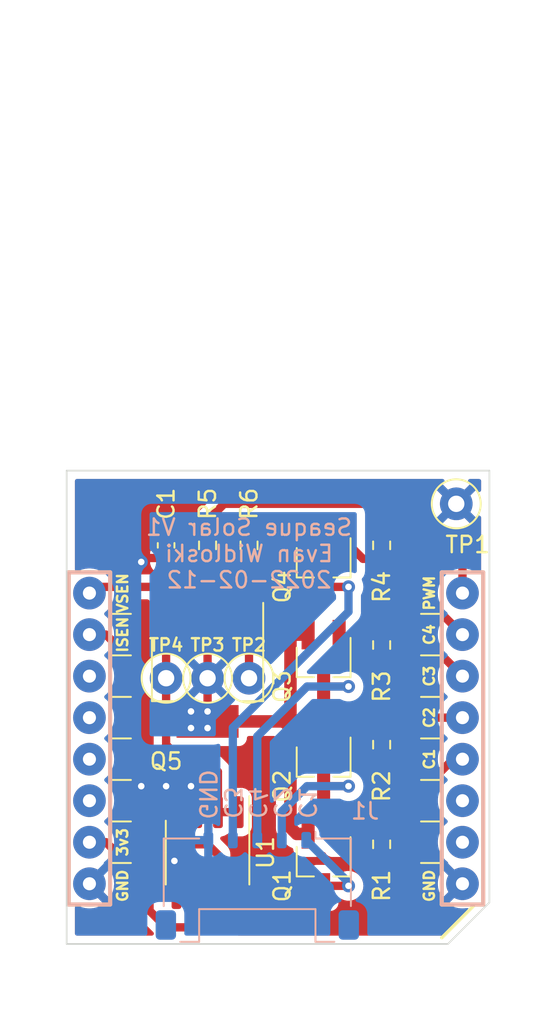
<source format=kicad_pcb>
(kicad_pcb (version 20211014) (generator pcbnew)
  (layers (0 "F.Cu" signal) (31 "B.Cu" signal) (34 "B.Paste" user) (35 "F.Paste" user) (36 "B.SilkS" user "B.Silkscreen") (37 "F.SilkS" user "F.Silkscreen") (38 "B.Mask" user) (39 "F.Mask" user) (44 "Edge.Cuts" user))
  (net 0 "")
  (net 1 "/PWM")
  (net 2 "/V_SENSE")
  (net 3 "/CELL1")
  (net 4 "/I_SENSE")
  (net 5 "/CELL2")
  (net 7 "/CELL3")
  (net 9 "/CELL4")
  (net 13 "GND")
  (net 14 "Net-(C1-Pad1)")
  (net 15 "Net-(J1-Pad2)")
  (net 16 "Net-(J1-Pad3)")
  (net 17 "Net-(J1-Pad4)")
  (net 18 "Net-(Q1-Pad1)")
  (net 19 "Net-(Q2-Pad1)")
  (net 20 "Net-(Q3-Pad1)")
  (net 21 "Net-(Q4-Pad1)")
  (net 22 "Net-(Q5-Pad1)")
  (net 23 "Net-(Q5-Pad3)")
  (net 25 "Net-(J1-Pad1)")
  (net 27 "+3V3")
  (footprint "Package_TO_SOT_SMD:SC-59_Handsoldering" (layer "F.Cu") (at 142.24 69.088 -90)
    (fp_text reference "Q4" (at 1.524 2.54 90) (layer "F.SilkS"))
    (fp_text value "hFE>1000")
    (fp_line (start -0.85 1.65) (end 0.95 1.65) (layer "F.SilkS") (width 0.12))
    (fp_line (start 0.95 -1.65) (end 0.95 -0.6) (layer "F.SilkS") (width 0.12))
    (fp_line (start -1.45 -1.65) (end 0.95 -1.65) (layer "F.SilkS") (width 0.12))
    (fp_line (start 0.95 1.65) (end 0.95 0.6) (layer "F.SilkS") (width 0.12))
    (pad "1" smd rect (at -1.65 -0.95 270) (size 1.8 0.8) (layers "F.Cu" "F.Paste" "F.Mask") (net 21 "Net-(Q4-Pad1)"))
    (pad "2" smd rect (at -1.65 0.95 270) (size 1.8 0.8) (layers "F.Cu" "F.Paste" "F.Mask") (net 2 "/V_SENSE"))
    (pad "3" smd rect (at 1.65 0 270) (size 1.8 0.8) (layers "F.Cu" "F.Paste" "F.Mask") (net 17 "Net-(J1-Pad4)"))
  )
  (footprint "TestPoint:TestPoint_Loop_D2.50mm_Drill1.0mm" (layer "F.Cu") (at 135.128 76.2)
    (fp_text reference "TP3" (at 0 -2.032) (layer "F.SilkS") (effects (font (size 0.762 0.762))))
    (fp_text value "TestPoint_Small")
    (fp_circle (center 0 0) (end 1.5 0) (layer "F.SilkS") (width 0.12) (fill none))
    (pad "1" thru_hole circle (at 0 0) (size 2 2) (drill 1) (layers *.Cu *.Mask) (net 2 "/V_SENSE"))
  )
  (footprint "Resistor_SMD:R_0603_1608Metric" (layer "F.Cu") (at 135.128 68.072 -90)
    (fp_text reference "R5" (at -2.54 0 90) (layer "F.SilkS"))
    (fp_text value "1k")
    (fp_line (start -0.237258 -0.5225) (end 0.237258 -0.5225) (layer "F.SilkS") (width 0.12))
    (fp_line (start -0.237258 0.5225) (end 0.237258 0.5225) (layer "F.SilkS") (width 0.12))
    (pad "1" smd roundrect (at -0.825 0 270) (size 0.8 0.95) (layers "F.Cu" "F.Paste" "F.Mask") (net 1 "/PWM"))
    (pad "2" smd roundrect (at 0.825 0 270) (size 0.8 0.95) (layers "F.Cu" "F.Paste" "F.Mask") (net 14 "Net-(C1-Pad1)"))
  )
  (footprint "Resistor_SMD:R_0603_1608Metric" (layer "F.Cu") (at 145.796 68.072 -90)
    (fp_text reference "R4" (at 2.54 0 90) (layer "F.SilkS"))
    (fp_text value "1k")
    (fp_line (start -0.237258 0.5225) (end 0.237258 0.5225) (layer "F.SilkS") (width 0.12))
    (fp_line (start -0.237258 -0.5225) (end 0.237258 -0.5225) (layer "F.SilkS") (width 0.12))
    (pad "1" smd roundrect (at -0.825 0 270) (size 0.8 0.95) (layers "F.Cu" "F.Paste" "F.Mask") (net 9 "/CELL4"))
    (pad "2" smd roundrect (at 0.825 0 270) (size 0.8 0.95) (layers "F.Cu" "F.Paste" "F.Mask") (net 21 "Net-(Q4-Pad1)"))
  )
  (footprint "Capacitor_SMD:C_0603_1608Metric" (layer "F.Cu") (at 132.588 68.072 -90)
    (fp_text reference "C1" (at -2.54 0 90) (layer "F.SilkS"))
    (fp_text value "1uF")
    (fp_line (start -0.14058 0.51) (end 0.14058 0.51) (layer "F.SilkS") (width 0.12))
    (fp_line (start -0.14058 -0.51) (end 0.14058 -0.51) (layer "F.SilkS") (width 0.12))
    (pad "1" smd roundrect (at -0.775 0 270) (size 0.9 0.95) (layers "F.Cu" "F.Paste" "F.Mask") (net 14 "Net-(C1-Pad1)"))
    (pad "2" smd roundrect (at 0.775 0 270) (size 0.9 0.95) (layers "F.Cu" "F.Paste" "F.Mask") (net 13 "GND"))
  )
  (footprint "Package_TO_SOT_SMD:SC-59_Handsoldering" (layer "F.Cu") (at 142.24 81.28 -90)
    (fp_text reference "Q2" (at 1.524 2.54 90) (layer "F.SilkS"))
    (fp_text value "hFE>1000")
    (fp_line (start -1.45 -1.65) (end 0.95 -1.65) (layer "F.SilkS") (width 0.12))
    (fp_line (start 0.95 -1.65) (end 0.95 -0.6) (layer "F.SilkS") (width 0.12))
    (fp_line (start 0.95 1.65) (end 0.95 0.6) (layer "F.SilkS") (width 0.12))
    (fp_line (start -0.85 1.65) (end 0.95 1.65) (layer "F.SilkS") (width 0.12))
    (pad "1" smd rect (at -1.65 -0.95 270) (size 1.8 0.8) (layers "F.Cu" "F.Paste" "F.Mask") (net 19 "Net-(Q2-Pad1)"))
    (pad "2" smd rect (at -1.65 0.95 270) (size 1.8 0.8) (layers "F.Cu" "F.Paste" "F.Mask") (net 2 "/V_SENSE"))
    (pad "3" smd rect (at 1.65 0 270) (size 1.8 0.8) (layers "F.Cu" "F.Paste" "F.Mask") (net 15 "Net-(J1-Pad2)"))
  )
  (footprint "Resistor_SMD:R_0603_1608Metric" (layer "F.Cu") (at 145.796 86.36 -90)
    (fp_text reference "R1" (at 2.54 0 90) (layer "F.SilkS"))
    (fp_text value "1k")
    (fp_line (start -0.237258 -0.5225) (end 0.237258 -0.5225) (layer "F.SilkS") (width 0.12))
    (fp_line (start -0.237258 0.5225) (end 0.237258 0.5225) (layer "F.SilkS") (width 0.12))
    (pad "1" smd roundrect (at -0.825 0 270) (size 0.8 0.95) (layers "F.Cu" "F.Paste" "F.Mask") (net 3 "/CELL1"))
    (pad "2" smd roundrect (at 0.825 0 270) (size 0.8 0.95) (layers "F.Cu" "F.Paste" "F.Mask") (net 18 "Net-(Q1-Pad1)"))
  )
  (footprint "Resistor_SMD:R_0603_1608Metric" (layer "F.Cu") (at 137.668 68.072 -90)
    (fp_text reference "R6" (at -2.54 0 90) (layer "F.SilkS"))
    (fp_text value "1k")
    (fp_line (start -0.237258 0.5225) (end 0.237258 0.5225) (layer "F.SilkS") (width 0.12))
    (fp_line (start -0.237258 -0.5225) (end 0.237258 -0.5225) (layer "F.SilkS") (width 0.12))
    (pad "1" smd roundrect (at -0.825 0 270) (size 0.8 0.95) (layers "F.Cu" "F.Paste" "F.Mask") (net 14 "Net-(C1-Pad1)"))
    (pad "2" smd roundrect (at 0.825 0 270) (size 0.8 0.95) (layers "F.Cu" "F.Paste" "F.Mask") (net 22 "Net-(Q5-Pad1)"))
  )
  (footprint "TestPoint:TestPoint_Loop_D2.50mm_Drill1.0mm" (layer "F.Cu") (at 132.588 76.2)
    (fp_text reference "TP4" (at 0 -2.032) (layer "F.SilkS") (effects (font (size 0.762 0.762))))
    (fp_text value "TestPoint_Small")
    (fp_circle (center 0 0) (end 1.5 0) (layer "F.SilkS") (width 0.12) (fill none))
    (pad "1" thru_hole circle (at 0 0) (size 2 2) (drill 1) (layers *.Cu *.Mask) (net 23 "Net-(Q5-Pad3)"))
  )
  (footprint "Package_TO_SOT_SMD:SC-59_Handsoldering" (layer "F.Cu") (at 142.24 75.184 -90)
    (fp_text reference "Q3" (at 1.524 2.54 90) (layer "F.SilkS"))
    (fp_text value "hFE>1000")
    (fp_line (start -0.85 1.65) (end 0.95 1.65) (layer "F.SilkS") (width 0.12))
    (fp_line (start 0.95 -1.65) (end 0.95 -0.6) (layer "F.SilkS") (width 0.12))
    (fp_line (start 0.95 1.65) (end 0.95 0.6) (layer "F.SilkS") (width 0.12))
    (fp_line (start -1.45 -1.65) (end 0.95 -1.65) (layer "F.SilkS") (width 0.12))
    (pad "1" smd rect (at -1.65 -0.95 270) (size 1.8 0.8) (layers "F.Cu" "F.Paste" "F.Mask") (net 20 "Net-(Q3-Pad1)"))
    (pad "2" smd rect (at -1.65 0.95 270) (size 1.8 0.8) (layers "F.Cu" "F.Paste" "F.Mask") (net 2 "/V_SENSE"))
    (pad "3" smd rect (at 1.65 0 270) (size 1.8 0.8) (layers "F.Cu" "F.Paste" "F.Mask") (net 16 "Net-(J1-Pad3)"))
  )
  (footprint "Package_TO_SOT_SMD:SC-59_Handsoldering" (layer "F.Cu") (at 142.24 87.376 -90)
    (fp_text reference "Q1" (at 1.524 2.54 90) (layer "F.SilkS"))
    (fp_text value "hFE>1000")
    (fp_line (start 0.95 -1.65) (end 0.95 -0.6) (layer "F.SilkS") (width 0.12))
    (fp_line (start -0.85 1.65) (end 0.95 1.65) (layer "F.SilkS") (width 0.12))
    (fp_line (start -1.45 -1.65) (end 0.95 -1.65) (layer "F.SilkS") (width 0.12))
    (fp_line (start 0.95 1.65) (end 0.95 0.6) (layer "F.SilkS") (width 0.12))
    (pad "1" smd rect (at -1.65 -0.95 270) (size 1.8 0.8) (layers "F.Cu" "F.Paste" "F.Mask") (net 18 "Net-(Q1-Pad1)"))
    (pad "2" smd rect (at -1.65 0.95 270) (size 1.8 0.8) (layers "F.Cu" "F.Paste" "F.Mask") (net 2 "/V_SENSE"))
    (pad "3" smd rect (at 1.65 0 270) (size 1.8 0.8) (layers "F.Cu" "F.Paste" "F.Mask") (net 25 "Net-(J1-Pad1)"))
  )
  (footprint "TestPoint:TestPoint_Loop_D2.50mm_Drill1.0mm" (layer "F.Cu") (at 150.368 65.532)
    (fp_text reference "TP1" (at 0.7 2.5) (layer "F.SilkS"))
    (fp_text value "TestPoint_Small")
    (fp_circle (center 0 0) (end 1.5 0) (layer "F.SilkS") (width 0.12) (fill none))
    (pad "1" thru_hole circle (at 0 0) (size 2 2) (drill 1) (layers *.Cu *.Mask) (net 13 "GND"))
  )
  (footprint "Resistor_SMD:R_0603_1608Metric" (layer "F.Cu") (at 145.796 74.168 -90)
    (fp_text reference "R3" (at 2.54 0 90) (layer "F.SilkS"))
    (fp_text value "1k")
    (fp_line (start -0.237258 0.5225) (end 0.237258 0.5225) (layer "F.SilkS") (width 0.12))
    (fp_line (start -0.237258 -0.5225) (end 0.237258 -0.5225) (layer "F.SilkS") (width 0.12))
    (pad "1" smd roundrect (at -0.825 0 270) (size 0.8 0.95) (layers "F.Cu" "F.Paste" "F.Mask") (net 7 "/CELL3"))
    (pad "2" smd roundrect (at 0.825 0 270) (size 0.8 0.95) (layers "F.Cu" "F.Paste" "F.Mask") (net 20 "Net-(Q3-Pad1)"))
  )
  (footprint "TestPoint:TestPoint_Loop_D2.50mm_Drill1.0mm" (layer "F.Cu") (at 137.668 76.2)
    (fp_text reference "TP2" (at 0 -2.032) (layer "F.SilkS") (effects (font (size 0.762 0.762))))
    (fp_text value "TestPoint_Small")
    (fp_circle (center 0 0) (end 1.5 0) (layer "F.SilkS") (width 0.12) (fill none))
    (pad "1" thru_hole circle (at 0 0) (size 2 2) (drill 1) (layers *.Cu *.Mask) (net 22 "Net-(Q5-Pad1)"))
  )
  (footprint "Package_SO:SOIC-8_3.9x4.9mm_P1.27mm" (layer "F.Cu") (at 135.128 86.868 -90)
    (fp_text reference "U1" (at 0 -3.556 -90) (layer "F.SilkS"))
    (fp_text value "ACS724xLCTR-10AU")
    (fp_line (start 0 -2.56) (end -3.45 -2.56) (layer "F.SilkS") (width 0.12))
    (fp_line (start 0 -2.56) (end 1.95 -2.56) (layer "F.SilkS") (width 0.12))
    (fp_line (start 0 2.56) (end 1.95 2.56) (layer "F.SilkS") (width 0.12))
    (fp_line (start 0 2.56) (end -1.95 2.56) (layer "F.SilkS") (width 0.12))
    (pad "1" smd roundrect (at -2.475 -1.905 270) (size 1.95 0.6) (layers "F.Cu" "F.Paste" "F.Mask") (net 23 "Net-(Q5-Pad3)"))
    (pad "2" smd roundrect (at -2.475 -0.635 270) (size 1.95 0.6) (layers "F.Cu" "F.Paste" "F.Mask") (net 23 "Net-(Q5-Pad3)"))
    (pad "3" smd roundrect (at -2.475 0.635 270) (size 1.95 0.6) (layers "F.Cu" "F.Paste" "F.Mask") (net 13 "GND"))
    (pad "4" smd roundrect (at -2.475 1.905 270) (size 1.95 0.6) (layers "F.Cu" "F.Paste" "F.Mask") (net 13 "GND"))
    (pad "5" smd roundrect (at 2.475 1.905 270) (size 1.95 0.6) (layers "F.Cu" "F.Paste" "F.Mask") (net 13 "GND"))
    (pad "6" smd roundrect (at 2.475 0.635 270) (size 1.95 0.6) (layers "F.Cu" "F.Paste" "F.Mask"))
    (pad "7" smd roundrect (at 2.475 -0.635 270) (size 1.95 0.6) (layers "F.Cu" "F.Paste" "F.Mask") (net 4 "/I_SENSE"))
    (pad "8" smd roundrect (at 2.475 -1.905 270) (size 1.95 0.6) (layers "F.Cu" "F.Paste" "F.Mask") (net 27 "+3V3"))
  )
  (footprint "Package_TO_SOT_SMD:SOT-223-3_TabPin2" (layer "F.Cu") (at 135.128 75.692 -90)
    (fp_text reference "Q5" (at 5.588 2.54) (layer "F.SilkS"))
    (fp_text value "hFE>1000")
    (fp_line (start -4.1 -3.41) (end 1.91 -3.41) (layer "F.SilkS") (width 0.12))
    (fp_line (start 1.91 3.41) (end 1.91 2.15) (layer "F.SilkS") (width 0.12))
    (fp_line (start -1.85 3.41) (end 1.91 3.41) (layer "F.SilkS") (width 0.12))
    (fp_line (start 1.91 -3.41) (end 1.91 -2.15) (layer "F.SilkS") (width 0.12))
    (pad "1" smd rect (at -3.15 -2.3 270) (size 2 1.5) (layers "F.Cu" "F.Paste" "F.Mask") (net 22 "Net-(Q5-Pad1)"))
    (pad "2" smd rect (at 3.15 0 270) (size 2 3.8) (layers "F.Cu" "F.Paste" "F.Mask") (net 2 "/V_SENSE"))
    (pad "2" smd rect (at -3.15 0 270) (size 2 1.5) (layers "F.Cu" "F.Paste" "F.Mask") (net 2 "/V_SENSE"))
    (pad "3" smd rect (at -3.15 2.3 270) (size 2 1.5) (layers "F.Cu" "F.Paste" "F.Mask") (net 23 "Net-(Q5-Pad3)"))
  )
  (footprint "Resistor_SMD:R_0603_1608Metric" (layer "F.Cu") (at 145.796 80.264 -90)
    (fp_text reference "R2" (at 2.54 0 90) (layer "F.SilkS"))
    (fp_text value "1k")
    (fp_line (start -0.237258 -0.5225) (end 0.237258 -0.5225) (layer "F.SilkS") (width 0.12))
    (fp_line (start -0.237258 0.5225) (end 0.237258 0.5225) (layer "F.SilkS") (width 0.12))
    (pad "1" smd roundrect (at -0.825 0 270) (size 0.8 0.95) (layers "F.Cu" "F.Paste" "F.Mask") (net 5 "/CELL2"))
    (pad "2" smd roundrect (at 0.825 0 270) (size 0.8 0.95) (layers "F.Cu" "F.Paste" "F.Mask") (net 19 "Net-(Q2-Pad1)"))
  )
  (footprint "libmikro:mikroBUS_Plug" (layer "F.Cu") (at 139.319 79.883)
    (fp_text reference "A1" hide)
    (fp_text value "mikroBUS_Plug")
    (fp_text user "C4" (at 9.398 -6.35 270) (layer "F.SilkS") (effects (font (size 0.635 0.635))))
    (fp_text user "C3" (at 9.398 -3.81 270) (layer "F.SilkS") (effects (font (size 0.635 0.635))))
    (fp_text user "C2" (at 9.398 -1.27 270) (layer "F.SilkS") (effects (font (size 0.635 0.635))))
    (fp_text user "ISEN" (at -9.398 -6.35 90) (layer "F.SilkS") (effects (font (size 0.635 0.635))))
    (fp_text user "GND" (at 9.398 9.017 270) (layer "F.SilkS") (effects (font (size 0.635 0.635))))
    (fp_text user "VSEN" (at -9.398 -8.89 90) (layer "F.SilkS") (effects (font (size 0.635 0.635))))
    (fp_text user "GND" (at -9.398 9.017 270) (layer "F.SilkS") (effects (font (size 0.635 0.635))))
    (fp_text user "PWM" (at 9.398 -8.89 270) (layer "F.SilkS") (effects (font (size 0.635 0.635))))
    (fp_text user "3v3" (at -9.398 6.35 90) (layer "F.SilkS") (effects (font (size 0.635 0.635))))
    (fp_text user "C1" (at 9.398 1.27 270) (layer "F.SilkS") (effects (font (size 0.635 0.635))))
    (fp_line (start -12.7 10.16) (end -12.7 -10.16) (layer "B.SilkS") (width 0.254))
    (fp_line (start 12.7 -10.16) (end 10.16 -10.16) (layer "B.SilkS") (width 0.254))
    (fp_line (start -10.16 10.16) (end -12.7 10.16) (layer "B.SilkS") (width 0.254))
    (fp_line (start -10.16 -10.16) (end -10.16 10.16) (layer "B.SilkS") (width 0.254))
    (fp_line (start 10.16 10.16) (end 12.7 10.16) (layer "B.SilkS") (width 0.254))
    (fp_line (start 10.16 -10.16) (end 10.16 10.16) (layer "B.SilkS") (width 0.254))
    (fp_line (start 12.7 10.16) (end 12.7 -10.16) (layer "B.SilkS") (width 0.254))
    (fp_line (start -12.7 -10.16) (end -10.16 -10.16) (layer "B.SilkS") (width 0.254))
    (fp_line (start -10.16 -2.54) (end -8.89 -2.54) (layer "F.SilkS") (width 0.12))
    (fp_line (start 8.89 7.62) (end 10.16 7.62) (layer "F.SilkS") (width 0.12))
    (fp_line (start -10.16 0) (end -8.89 0) (layer "F.SilkS") (width 0.12))
    (fp_line (start 10.16 12.192) (end 12.192 10.16) (layer "F.SilkS") (width 0.2032))
    (fp_line (start 12.7 -10.16) (end 10.16 -10.16) (layer "F.SilkS") (width 0.254))
    (fp_line (start 10.16 -10.16) (end 10.16 10.16) (layer "F.SilkS") (width 0.254))
    (fp_line (start 8.89 2.54) (end 10.16 2.54) (layer "F.SilkS") (width 0.12))
    (fp_line (start 10.16 10.16) (end 12.7 10.16) (layer "F.SilkS") (width 0.254))
    (fp_line (start 12.7 10.16) (end 12.7 -10.16) (layer "F.SilkS") (width 0.254))
    (fp_line (start -12.7 -10.16) (end -12.7 10.16) (layer "F.SilkS") (width 0.254))
    (fp_line (start -10.16 5.08) (end -8.89 5.08) (layer "F.SilkS") (width 0.12))
    (fp_line (start -12.7 10.16) (end -10.16 10.16) (layer "F.SilkS") (width 0.254))
    (fp_line (start 8.89 -5.08) (end 10.16 -5.08) (layer "F.SilkS") (width 0.12))
    (fp_line (start 8.89 -2.54) (end 10.16 -2.54) (layer "F.SilkS") (width 0.12))
    (fp_line (start -10.16 7.62) (end -8.89 7.62) (layer "F.SilkS") (width 0.12))
    (fp_line (start 8.89 0) (end 10.16 0) (layer "F.SilkS") (width 0.12))
    (fp_line (start -10.16 -5.08) (end -8.89 -5.08) (layer "F.SilkS") (width 0.12))
    (fp_line (start 8.89 5.08) (end 10.16 5.08) (layer "F.SilkS") (width 0.12))
    (fp_line (start -10.16 -10.16) (end -12.7 -10.16) (layer "F.SilkS") (width 0.254))
    (fp_line (start -10.16 10.16) (end -10.16 -10.16) (layer "F.SilkS") (width 0.254))
    (fp_line (start -10.16 -7.62) (end -8.89 -7.62) (layer "F.SilkS") (width 0.12))
    (fp_line (start -10.16 2.54) (end -8.89 2.54) (layer "F.SilkS") (width 0.12))
    (fp_line (start 8.89 -7.62) (end 10.16 -7.62) (layer "F.SilkS") (width 0.12))
    (pad "1" thru_hole circle (at -11.43 -8.89 270) (size 2 2) (drill 0.8) (layers *.Cu *.Mask) (net 2 "/V_SENSE"))
    (pad "2" thru_hole circle (at -11.43 -6.35 270) (size 2 2) (drill 0.8) (layers *.Cu *.Mask) (net 4 "/I_SENSE"))
    (pad "3" thru_hole circle (at -11.43 -3.81 270) (size 2 2) (drill 0.8) (layers *.Cu *.Mask))
    (pad "4" thru_hole circle (at -11.43 -1.27 270) (size 2 2) (drill 0.8) (layers *.Cu *.Mask))
    (pad "5" thru_hole circle (at -11.43 1.27 270) (size 2 2) (drill 0.8) (layers *.Cu *.Mask))
    (pad "6" thru_hole circle (at -11.43 3.81 270) (size 2 2) (drill 0.8) (layers *.Cu *.Mask))
    (pad "7" thru_hole circle (at -11.43 6.35 270) (size 2 2) (drill 0.8) (layers *.Cu *.Mask) (net 27 "+3V3"))
    (pad "8" thru_hole circle (at -11.43 8.89 270) (size 2 2) (drill 0.8) (layers *.Cu *.Mask) (net 13 "GND"))
    (pad "9" thru_hole circle (at 11.43 8.89 270) (size 2 2) (drill 0.8) (layers *.Cu *.Mask) (net 13 "GND"))
    (pad "10" thru_hole circle (at 11.43 6.35 270) (size 2 2) (drill 0.8) (layers *.Cu *.Mask))
    (pad "11" thru_hole circle (at 11.43 3.81 270) (size 2 2) (drill 0.8) (layers *.Cu *.Mask))
    (pad "12" thru_hole circle (at 11.43 1.27 270) (size 2 2) (drill 0.8) (layers *.Cu *.Mask) (net 3 "/CELL1"))
    (pad "13" thru_hole circle (at 11.43 -1.27 270) (size 2 2) (drill 0.8) (layers *.Cu *.Mask) (net 5 "/CELL2"))
    (pad "14" thru_hole circle (at 11.43 -3.81 270) (size 2 2) (drill 0.8) (layers *.Cu *.Mask) (net 7 "/CELL3"))
    (pad "15" thru_hole circle (at 11.43 -6.35 270) (size 2 2) (drill 0.8) (layers *.Cu *.Mask) (net 9 "/CELL4"))
    (pad "16" thru_hole circle (at 11.43 -8.89 270) (size 2 2) (drill 0.8) (layers *.Cu *.Mask) (net 1 "/PWM"))
  )
  (footprint "Connector_Molex:Molex_Pico-Lock_504050-0591_1x05-1MP_P1.50mm_Horizontal" (layer "B.Cu") (at 138.176 88.9 180)
    (fp_text reference "J1" (at -6.604 4.572) (layer "B.SilkS") (effects (justify mirror)))
    (fp_text value "Conn_01x05")
    (fp_text user "C1" (at -3.048 5.08 270 unlocked) (layer "B.SilkS") (effects (justify mirror)))
    (fp_text user "C3" (at 1.524 5.08 270 unlocked) (layer "B.SilkS") (effects (justify mirror)))
    (fp_text user "C2" (at -1.524 5.08 270 unlocked) (layer "B.SilkS") (effects (justify mirror)))
    (fp_text user "C4" (at 0 5.08 270 unlocked) (layer "B.SilkS") (effects (justify mirror)))
    (fp_text user "GND" (at 3.048 5.588 270 unlocked) (layer "B.SilkS") (effects (justify mirror)))
    (fp_line (start 5.735 2.895) (end 3.56 2.895) (layer "B.SilkS") (width 0.12))
    (fp_line (start -4.72 -3.425) (end -3.565 -3.425) (layer "B.SilkS") (width 0.12))
    (fp_line (start -3.565 -1.425) (end 3.565 -1.425) (layer "B.SilkS") (width 0.12))
    (fp_line (start -5.735 -1.235) (end -5.735 2.895) (layer "B.SilkS") (width 0.12))
    (fp_line (start -3.56 2.895) (end -3.56 3.295) (layer "B.SilkS") (width 0.12))
    (fp_line (start -3.565 -3.425) (end -3.565 -1.425) (layer "B.SilkS") (width 0.12))
    (fp_line (start 5.735 -1.235) (end 5.735 2.895) (layer "B.SilkS") (width 0.12))
    (fp_line (start 3.565 -3.425) (end 4.72 -3.425) (layer "B.SilkS") (width 0.12))
    (fp_line (start 3.565 -1.425) (end 3.565 -3.425) (layer "B.SilkS") (width 0.12))
    (fp_line (start -5.735 2.895) (end -3.56 2.895) (layer "B.SilkS") (width 0.12))
    (pad "1" smd roundrect (at -3 2.795 180) (size 0.6 1) (layers "B.Cu" "B.Paste" "B.Mask") (net 25 "Net-(J1-Pad1)"))
    (pad "2" smd roundrect (at -1.5 2.795 180) (size 0.6 1) (layers "B.Cu" "B.Paste" "B.Mask") (net 15 "Net-(J1-Pad2)"))
    (pad "3" smd roundrect (at 0 2.795 180) (size 0.6 1) (layers "B.Cu" "B.Paste" "B.Mask") (net 16 "Net-(J1-Pad3)"))
    (pad "4" smd roundrect (at 1.5 2.795 180) (size 0.6 1) (layers "B.Cu" "B.Paste" "B.Mask") (net 17 "Net-(J1-Pad4)"))
    (pad "5" smd roundrect (at 3 2.795 180) (size 0.6 1) (layers "B.Cu" "B.Paste" "B.Mask") (net 13 "GND"))
    (pad "MP" smd roundrect (at -5.605 -2.395 180) (size 1.25 1.8) (layers "B.Cu" "B.Paste" "B.Mask") (roundrect_rratio 0.2))
    (pad "MP" smd roundrect (at 5.605 -2.395 180) (size 1.25 1.8) (layers "B.Cu" "B.Paste" "B.Mask") (roundrect_rratio 0.2))
  )
  (gr_line (start 126.492 63.5) (end 126.492 92.456) (layer "Edge.Cuts") (width 0.1))
  (gr_line (start 152.4 89.916) (end 152.4 63.5) (layer "Edge.Cuts") (width 0.1))
  (gr_line (start 152.4 63.5) (end 126.492 63.5) (layer "Edge.Cuts") (width 0.1))
  (gr_line (start 126.492 92.456) (end 149.86 92.456) (layer "Edge.Cuts") (width 0.1))
  (gr_line (start 149.86 92.456) (end 152.4 89.916) (layer "Edge.Cuts") (width 0.1))
  (gr_text "Seaque Solar V1\nEvan Widloski\n2022-02-12" (at 137.668 68.58) (layer "B.SilkS") (effects (font (size 1 1)) (justify mirror)))
  (segment (start 147.32 65.532) (end 136.144 65.532) (width 0.508) (layer "F.Cu") (net 1))
  (segment (start 136.144 65.532) (end 135.128 66.548) (width 0.508) (layer "F.Cu") (net 1))
  (segment (start 150.749 70.993) (end 150.749 68.961) (width 0.508) (layer "F.Cu") (net 1))
  (segment (start 150.749 68.961) (end 147.32 65.532) (width 0.508) (layer "F.Cu") (net 1))
  (segment (start 135.128 66.548) (end 135.128 67.247) (width 0.508) (layer "F.Cu") (net 1))
  (segment (start 140.208 79.756) (end 140.208 79.248) (width 0.762) (layer "F.Cu") (net 2))
  (segment (start 141.29 73.534) (end 140.59 73.534) (width 0.762) (layer "F.Cu") (net 2))
  (segment (start 135.128 78.842) (end 139.802 78.842) (width 0.762) (layer "F.Cu") (net 2))
  (segment (start 135.128 72.542) (end 135.128 71.628) (width 0.508) (layer "F.Cu") (net 2))
  (segment (start 128.27 70.612) (end 127.889 70.993) (width 0.508) (layer "F.Cu") (net 2))
  (segment (start 134.112 70.612) (end 128.27 70.612) (width 0.508) (layer "F.Cu") (net 2))
  (segment (start 140.59 85.726) (end 140.208 85.344) (width 0.762) (layer "F.Cu") (net 2))
  (segment (start 140.208 67.564) (end 140.334 67.438) (width 0.762) (layer "F.Cu") (net 2))
  (segment (start 135.128 78.232) (end 135.128 78.842) (width 0.508) (layer "F.Cu") (net 2))
  (segment (start 139.802 78.842) (end 140.208 79.248) (width 0.762) (layer "F.Cu") (net 2))
  (segment (start 140.334 67.438) (end 141.29 67.438) (width 0.762) (layer "F.Cu") (net 2))
  (segment (start 140.208 73.152) (end 140.208 67.564) (width 0.762) (layer "F.Cu") (net 2))
  (segment (start 140.59 73.534) (end 140.208 73.152) (width 0.762) (layer "F.Cu") (net 2))
  (segment (start 141.29 79.63) (end 140.334 79.63) (width 0.762) (layer "F.Cu") (net 2))
  (segment (start 135.128 71.628) (end 134.112 70.612) (width 0.508) (layer "F.Cu") (net 2))
  (segment (start 140.334 79.63) (end 140.208 79.756) (width 0.762) (layer "F.Cu") (net 2))
  (segment (start 135.128 72.542) (end 135.128 78.232) (width 0.508) (layer "F.Cu") (net 2))
  (segment (start 141.29 85.726) (end 140.59 85.726) (width 0.762) (layer "F.Cu") (net 2))
  (segment (start 140.208 85.344) (end 140.208 79.756) (width 0.762) (layer "F.Cu") (net 2))
  (segment (start 140.208 79.248) (end 140.208 73.152) (width 0.762) (layer "F.Cu") (net 2))
  (via (at 135.128 78.232) (size 0.8) (drill 0.4) (layers "F.Cu" "B.Cu") (net 2))
  (via (at 134.112 78.232) (size 0.8) (drill 0.4) (layers "F.Cu" "B.Cu") (net 2))
  (via (at 134.112 79.248) (size 0.8) (drill 0.4) (layers "F.Cu" "B.Cu") (net 2))
  (via (at 135.128 79.248) (size 0.8) (drill 0.4) (layers "F.Cu" "B.Cu") (net 2))
  (segment (start 145.796 85.535) (end 150.178 81.153) (width 0.508) (layer "F.Cu") (net 3))
  (segment (start 150.178 81.153) (end 150.749 81.153) (width 0.508) (layer "F.Cu") (net 3))
  (segment (start 130.048 84.328) (end 130.048 74.676) (width 0.508) (layer "F.Cu") (net 4))
  (segment (start 135.128 86.36) (end 132.08 86.36) (width 0.508) (layer "F.Cu") (net 4))
  (segment (start 135.763 89.343) (end 135.763 86.995) (width 0.508) (layer "F.Cu") (net 4))
  (segment (start 130.048 74.676) (end 128.905 73.533) (width 0.508) (layer "F.Cu") (net 4))
  (segment (start 128.905 73.533) (end 127.889 73.533) (width 0.508) (layer "F.Cu") (net 4))
  (segment (start 132.08 86.36) (end 130.048 84.328) (width 0.508) (layer "F.Cu") (net 4))
  (segment (start 135.763 86.995) (end 135.128 86.36) (width 0.508) (layer "F.Cu") (net 4))
  (segment (start 146.622 78.613) (end 150.749 78.613) (width 0.508) (layer "F.Cu") (net 5))
  (segment (start 145.796 79.439) (end 146.622 78.613) (width 0.508) (layer "F.Cu") (net 5))
  (segment (start 148.019 73.343) (end 150.749 76.073) (width 0.508) (layer "F.Cu") (net 7))
  (segment (start 145.796 73.343) (end 148.019 73.343) (width 0.508) (layer "F.Cu") (net 7))
  (segment (start 150.749 73.533) (end 147.828 70.612) (width 0.508) (layer "F.Cu") (net 9))
  (segment (start 147.828 68.58) (end 146.495 67.247) (width 0.508) (layer "F.Cu") (net 9))
  (segment (start 147.828 70.612) (end 147.828 68.58) (width 0.508) (layer "F.Cu") (net 9))
  (segment (start 146.495 67.247) (end 145.796 67.247) (width 0.508) (layer "F.Cu") (net 9))
  (via (at 134.112 82.804) (size 0.8) (drill 0.4) (layers "F.Cu" "B.Cu") (net 13))
  (via (at 133.096 87.376) (size 0.8) (drill 0.4) (layers "F.Cu" "B.Cu") (net 13))
  (via (at 132.588 82.804) (size 0.8) (drill 0.4) (layers "F.Cu" "B.Cu") (net 13))
  (via (at 131.064 82.804) (size 0.8) (drill 0.4) (layers "F.Cu" "B.Cu") (net 13))
  (via (at 131.064 69.088) (size 0.8) (drill 0.4) (layers "F.Cu" "B.Cu") (net 13))
  (segment (start 133.528 67.297) (end 135.128 68.897) (width 0.508) (layer "F.Cu") (net 14))
  (segment (start 132.588 67.297) (end 133.528 67.297) (width 0.508) (layer "F.Cu") (net 14))
  (segment (start 136.778 67.247) (end 137.668 67.247) (width 0.508) (layer "F.Cu") (net 14))
  (segment (start 135.128 68.897) (end 136.778 67.247) (width 0.508) (layer "F.Cu") (net 14))
  (segment (start 142.366 82.804) (end 142.24 82.93) (width 0.508) (layer "F.Cu") (net 15))
  (segment (start 143.764 82.804) (end 142.366 82.804) (width 0.508) (layer "F.Cu") (net 15))
  (via (at 143.764 82.804) (size 0.8) (drill 0.4) (layers "F.Cu" "B.Cu") (net 15))
  (segment (start 141.224 82.804) (end 143.764 82.804) (width 0.508) (layer "B.Cu") (net 15))
  (segment (start 139.676 84.352) (end 141.224 82.804) (width 0.508) (layer "B.Cu") (net 15))
  (segment (start 139.676 86.105) (end 139.676 84.352) (width 0.508) (layer "B.Cu") (net 15))
  (segment (start 143.764 76.708) (end 142.366 76.708) (width 0.508) (layer "F.Cu") (net 16))
  (segment (start 142.366 76.708) (end 142.24 76.834) (width 0.508) (layer "F.Cu") (net 16))
  (via (at 143.764 76.708) (size 0.8) (drill 0.4) (layers "F.Cu" "B.Cu") (net 16))
  (segment (start 138.176 86.105) (end 138.176 79.756) (width 0.508) (layer "B.Cu") (net 16))
  (segment (start 138.176 79.756) (end 141.224 76.708) (width 0.508) (layer "B.Cu") (net 16))
  (segment (start 141.224 76.708) (end 143.764 76.708) (width 0.508) (layer "B.Cu") (net 16))
  (segment (start 143.764 70.612) (end 142.366 70.612) (width 0.508) (layer "F.Cu") (net 17))
  (segment (start 142.366 70.612) (end 142.24 70.738) (width 0.508) (layer "F.Cu") (net 17))
  (via (at 143.764 70.612) (size 0.8) (drill 0.4) (layers "F.Cu" "B.Cu") (net 17))
  (segment (start 136.676 86.105) (end 136.676 79.224) (width 0.508) (layer "B.Cu") (net 17))
  (segment (start 143.764 72.136) (end 143.764 70.612) (width 0.508) (layer "B.Cu") (net 17))
  (segment (start 136.676 79.224) (end 143.764 72.136) (width 0.508) (layer "B.Cu") (net 17))
  (segment (start 143.19 85.726) (end 144.649 87.185) (width 0.508) (layer "F.Cu") (net 18))
  (segment (start 144.649 87.185) (end 145.796 87.185) (width 0.508) (layer "F.Cu") (net 18))
  (segment (start 143.19 79.63) (end 144.649 81.089) (width 0.508) (layer "F.Cu") (net 19))
  (segment (start 144.649 81.089) (end 145.796 81.089) (width 0.508) (layer "F.Cu") (net 19))
  (segment (start 143.19 73.534) (end 144.649 74.993) (width 0.508) (layer "F.Cu") (net 20))
  (segment (start 144.649 74.993) (end 145.796 74.993) (width 0.508) (layer "F.Cu") (net 20))
  (segment (start 143.19 67.438) (end 144.649 68.897) (width 0.508) (layer "F.Cu") (net 21))
  (segment (start 144.649 68.897) (end 145.796 68.897) (width 0.508) (layer "F.Cu") (net 21))
  (segment (start 137.668 72.302) (end 137.428 72.542) (width 0.508) (layer "F.Cu") (net 22))
  (segment (start 137.668 72.782) (end 137.668 76.2) (width 0.508) (layer "F.Cu") (net 22))
  (segment (start 137.428 72.542) (end 137.668 72.782) (width 0.508) (layer "F.Cu") (net 22))
  (segment (start 137.668 68.897) (end 137.668 72.302) (width 0.508) (layer "F.Cu") (net 22))
  (segment (start 135.128 81.28) (end 133.604 81.28) (width 0.508) (layer "F.Cu") (net 23))
  (segment (start 135.763 84.393) (end 135.763 81.915) (width 0.508) (layer "F.Cu") (net 23))
  (segment (start 137.033 84.393) (end 135.763 84.393) (width 0.508) (layer "F.Cu") (net 23))
  (segment (start 132.588 72.782) (end 132.828 72.542) (width 0.508) (layer "F.Cu") (net 23))
  (segment (start 133.604 81.28) (end 132.588 80.264) (width 0.508) (layer "F.Cu") (net 23))
  (segment (start 135.763 81.915) (end 135.128 81.28) (width 0.508) (layer "F.Cu") (net 23))
  (segment (start 132.588 80.264) (end 132.588 72.782) (width 0.508) (layer "F.Cu") (net 23))
  (segment (start 142.366 88.9) (end 142.24 89.026) (width 0.508) (layer "F.Cu") (net 25))
  (segment (start 143.764 88.9) (end 142.366 88.9) (width 0.508) (layer "F.Cu") (net 25))
  (via (at 143.764 88.9) (size 0.8) (drill 0.4) (layers "F.Cu" "B.Cu") (net 25))
  (segment (start 141.176 86.105) (end 143.764 88.693) (width 0.508) (layer "B.Cu") (net 25))
  (segment (start 143.764 88.693) (end 143.764 88.9) (width 0.508) (layer "B.Cu") (net 25))
  (segment (start 131.572 90.424) (end 131.572 88.9) (width 0.508) (layer "F.Cu") (net 27))
  (segment (start 132.588 91.44) (end 131.572 90.424) (width 0.508) (layer "F.Cu") (net 27))
  (segment (start 137.033 89.343) (end 137.033 90.551) (width 0.508) (layer "F.Cu") (net 27))
  (segment (start 137.033 90.551) (end 136.144 91.44) (width 0.508) (layer "F.Cu") (net 27))
  (segment (start 131.572 88.9) (end 128.905 86.233) (width 0.508) (layer "F.Cu") (net 27))
  (segment (start 136.144 91.44) (end 132.588 91.44) (width 0.508) (layer "F.Cu") (net 27))
  (segment (start 128.905 86.233) (end 127.889 86.233) (width 0.508) (layer "F.Cu") (net 27))
  (zone (net 13) (net_name "GND") (layer "F.Cu") (connect_pads (clearance 0.508)) (min_thickness 0.254) (fill yes (thermal_gap 0.508) (thermal_bridge_width 0.508))
    (polygon (pts (xy 151.892 89.916) (xy 149.352 92.456) (xy 126.492 92.456) (xy 126.492 64.008) (xy 151.892 64.008)))
  )
  (zone (net 13) (net_name "GND") (layer "B.Cu") (connect_pads (clearance 0.508)) (min_thickness 0.254) (fill yes (thermal_gap 0.508) (thermal_bridge_width 0.508))
    (polygon (pts (xy 151.892 89.916) (xy 149.352 92.456) (xy 126.492 92.456) (xy 126.492 64.008) (xy 151.892 64.008)))
  )
  (zone (net 2) (net_name "/V_SENSE") (layer "B.Cu") (priority 1) (connect_pads (clearance 0.508)) (min_thickness 0.254) (fill yes (thermal_gap 0.508) (thermal_bridge_width 0.508))
    (polygon (pts (xy 144.272 70.104) (xy 140.716 73.66) (xy 135.636 78.74) (xy 135.636 79.756) (xy 131.572 79.756) (xy 131.572 66.04) (xy 144.272 66.04)))
  )
)
</source>
